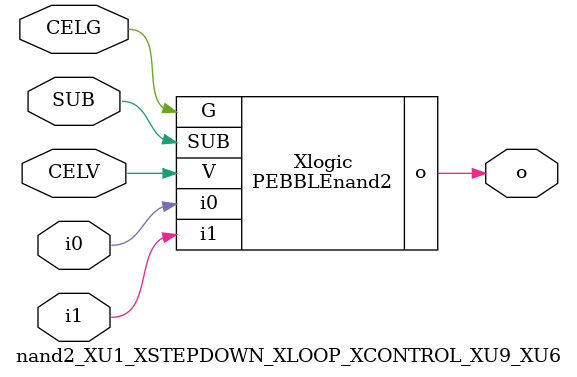
<source format=v>



module PEBBLEnand2 ( o, G, SUB, V, i0, i1 );

  input i0;
  input V;
  input i1;
  input G;
  output o;
  input SUB;
endmodule

//Celera Confidential Do Not Copy nand2_XU1_XSTEPDOWN_XLOOP_XCONTROL_XU9_XU6
//Celera Confidential Symbol Generator
//5V NAND2
module nand2_XU1_XSTEPDOWN_XLOOP_XCONTROL_XU9_XU6 (CELV,CELG,i0,i1,o,SUB);
input CELV;
input CELG;
input i0;
input i1;
input SUB;
output o;

//Celera Confidential Do Not Copy nand2
PEBBLEnand2 Xlogic(
.V (CELV),
.i0 (i0),
.i1 (i1),
.o (o),
.SUB (SUB),
.G (CELG)
);
//,diesize,PEBBLEnand2

//Celera Confidential Do Not Copy Module End
//Celera Schematic Generator
endmodule

</source>
